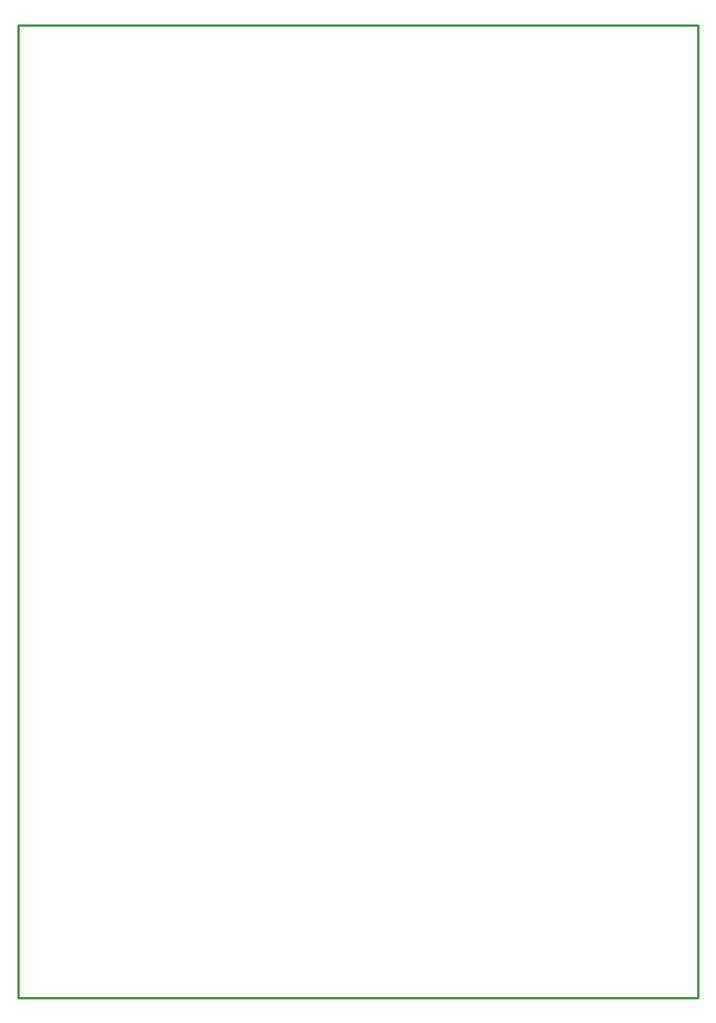
<source format=gko>
G04*
G04 #@! TF.GenerationSoftware,Altium Limited,Altium Designer,24.3.1 (35)*
G04*
G04 Layer_Color=16711935*
%FSAX25Y25*%
%MOIN*%
G70*
G04*
G04 #@! TF.SameCoordinates,734BC349-05AC-4729-8693-C9A60C11ED16*
G04*
G04*
G04 #@! TF.FilePolarity,Positive*
G04*
G01*
G75*
%ADD15C,0.01000*%
D15*
X0287000Y0000000D02*
X0287500D01*
Y0404500D01*
X0265500Y0411500D02*
X0287500D01*
X-0000000D02*
X0265500D01*
X-0000000D02*
X0000000Y0000000D01*
X0287500Y0404500D02*
Y0411500D01*
X0000000Y0000000D02*
X0287000D01*
M02*

</source>
